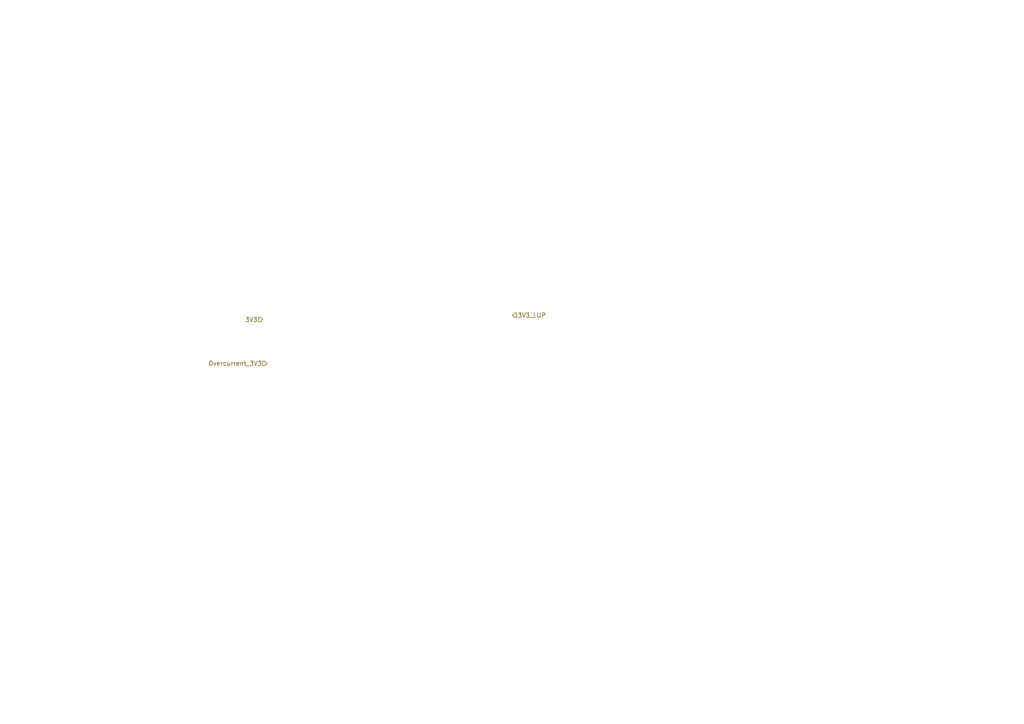
<source format=kicad_sch>
(kicad_sch (version 20211123) (generator eeschema)
  (paper "A4")
  (lib_symbols)
  (hierarchical_label "3V3_LUP" (shape input) (at 148.59 91.44 0))
  (hierarchical_label "3V3" (shape input) (at 76.2 92.71 180))
  (hierarchical_label "Overcurrent_3V3" (shape input) (at 77.47 105.41 180))
)
</source>
